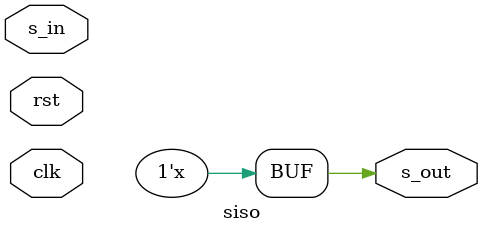
<source format=v>

module siso(
	input clk,rst,s_in,
	output reg s_out);
reg [3:0]shift_register;
always@(posedge clk or posedge rst)begin
	if(rst)
		shift_register<=0;
	else 
		shift_register<={shift_register[2:0],s_in};
	end
assign s_out = shift_register[7];
endmodule


</source>
